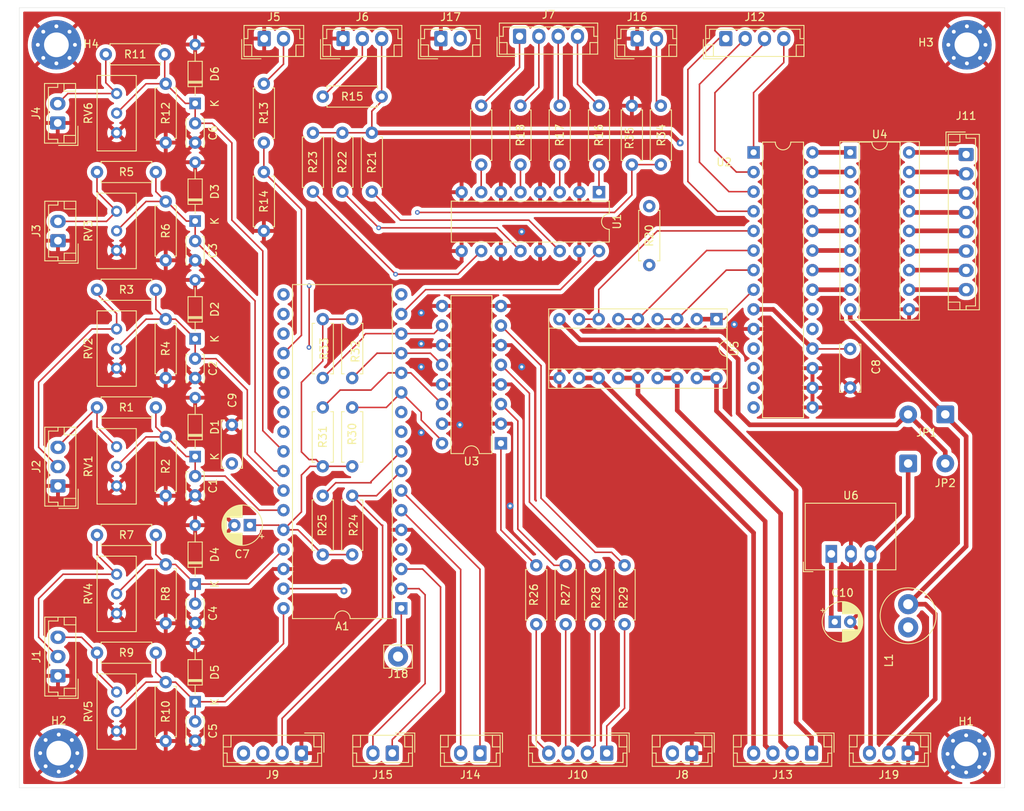
<source format=kicad_pcb>
(kicad_pcb (version 20240108) (generator "pcbnew") (generator_version "8.0")
  (layers (0 "F.Cu" signal "Front") (1 "In1.Cu" signal) (2 "In2.Cu" signal) (31 "B.Cu" signal "Back") (34 "B.Paste" user) (35 "F.Paste" user) (36 "B.SilkS" user "B.Silkscreen") (37 "F.SilkS" user "F.Silkscreen") (38 "B.Mask" user) (39 "F.Mask" user) (44 "Edge.Cuts" user))
  (net 0 "")
  (net 1 "Net-(A1-RXD0)")
  (net 2 "Net-(A1-UDPI)")
  (net 3 "/A11")
  (net 4 "+5V")
  (net 5 "/A24")
  (net 6 "/A5")
  (net 7 "/SDA")
  (net 9 "/D15")
  (net 10 "/A6")
  (net 11 "/A26")
  (net 12 "/A7")
  (net 13 "Net-(A1-TXD0)")
  (net 15 "/D23")
  (net 16 "/D12")
  (net 17 "/D9")
  (net 18 "/A2")
  (net 19 "VCC")
  (net 20 "/D10")
  (net 21 "/A4")
  (net 22 "/D8")
  (net 23 "/D13")
  (net 24 "Net-(A1-TXD2)")
  (net 25 "/D11")
  (net 26 "GND")
  (net 28 "/D14")
  (net 29 "/SCL")
  (net 30 "/D6")
  (net 31 "Net-(A1-RXD2)")
  (net 32 "/PWM")
  (net 33 "/D7")
  (net 34 "VD")
  (net 35 "/REV1")
  (net 36 "/FWD1")
  (net 37 "/FWD2")
  (net 38 "/REV2")
  (net 39 "/currrent")
  (net 40 "/RF_LEVEL")
  (net 41 "/50V_IN")
  (net 42 "Net-(J7-Pin_1)")
  (net 43 "Net-(J7-Pin_3)")
  (net 44 "Net-(J7-Pin_2)")
  (net 45 "Net-(J7-Pin_4)")
  (net 46 "Net-(J10-Pin_2)")
  (net 47 "Net-(J10-Pin_4)")
  (net 48 "Net-(J10-Pin_1)")
  (net 49 "Net-(J10-Pin_3)")
  (net 50 "Net-(J11-Pin_4)")
  (net 51 "Net-(J11-Pin_2)")
  (net 52 "Net-(J11-Pin_6)")
  (net 53 "Net-(J11-Pin_5)")
  (net 54 "Net-(J11-Pin_7)")
  (net 55 "Net-(J11-Pin_1)")
  (net 56 "Net-(J11-Pin_3)")
  (net 57 "Net-(J11-Pin_8)")
  (net 58 "Net-(J12-Pin_1)")
  (net 59 "Net-(J12-Pin_3)")
  (net 60 "Net-(J12-Pin_4)")
  (net 61 "Net-(J12-Pin_2)")
  (net 62 "Net-(J13-Pin_2)")
  (net 63 "Net-(J13-Pin_4)")
  (net 64 "Net-(J13-Pin_3)")
  (net 65 "Net-(J13-Pin_1)")
  (net 66 "Net-(J16-Pin_2)")
  (net 67 "+5F")
  (net 68 "VPP")
  (net 69 "Net-(R16-Pad2)")
  (net 70 "Net-(R17-Pad2)")
  (net 71 "Net-(R18-Pad2)")
  (net 72 "Net-(R19-Pad2)")
  (net 73 "Net-(R26-Pad2)")
  (net 74 "Net-(R27-Pad2)")
  (net 75 "Net-(R28-Pad2)")
  (net 76 "Net-(R29-Pad2)")
  (net 77 "Net-(U2-GPA5)")
  (net 78 "Net-(U2-GPB7)")
  (net 79 "Net-(U2-GPB5)")
  (net 80 "Net-(U2-GPA6)")
  (net 82 "Net-(U2-GPA3)")
  (net 84 "Net-(U2-GPA0)")
  (net 86 "Net-(U2-GPA2)")
  (net 87 "Net-(U2-GPA7)")
  (net 88 "Net-(U2-GPB6)")
  (net 89 "Net-(U2-GPA4)")
  (net 90 "Net-(U2-GPB4)")
  (net 91 "Net-(U2-GPA1)")
  (footprint "Package_DIP:DIP-18_W7.62mm_Socket" (layer "F.Cu") (at 162.7 83.82 -90)
    (property "Reference" "U5")
    (property "Value" "MIC2981/82YN")
  )
  (footprint "Potentiometer_THT:Potentiometer_Bourns_3296W_Vertical" (layer "F.Cu") (at 85.09 54.61 90)
    (property "Reference" "RV6")
    (property "Value" "R_Potentiometer")
  )
  (footprint "Diode_THT:D_DO-34_SOD68_P7.62mm_Horizontal" (layer "F.Cu") (at 95.25 55.885 90)
    (property "Reference" "D6")
    (property "Value" "D_Zener")
  )
  (footprint "Resistor_THT:R_Axial_DIN0207_L6.3mm_D2.5mm_P7.62mm_Horizontal" (layer "F.Cu") (at 147.5 56.19 -90)
    (property "Reference" "R16")
    (property "Value" "R")
  )
  (footprint "Connector_JST:JST_EH_B3B-EH-A_1x03_P2.50mm_Vertical" (layer "F.Cu") (at 114.38 47.5)
    (property "Reference" "J6")
    (property "Value" "Temp")
  )
  (footprint "Capacitor_THT:C_Disc_D3.4mm_W2.1mm_P2.50mm" (layer "F.Cu") (at 95.25 58.46 -90)
    (property "Reference" "C6")
    (property "Value" "1nf")
  )
  (footprint "Resistor_THT:R_Axial_DIN0207_L6.3mm_D2.5mm_P7.62mm_Horizontal" (layer "F.Cu") (at 82.55 64.77)
    (property "Reference" "R5")
    (property "Value" "R")
  )
  (footprint "Capacitor_THT:C_Disc_D6.0mm_W2.5mm_P5.00mm" (layer "F.Cu") (at 100 102.5 90)
    (property "Reference" "C9")
    (property "Value" "100nf")
  )
  (footprint "Diode_THT:D_DO-34_SOD68_P7.62mm_Horizontal" (layer "F.Cu") (at 95.25 86.36 90)
    (property "Reference" "D2")
    (property "Value" "D_Zener")
  )
  (footprint "Connector_JST:JST_EH_B2B-EH-A_1x02_P2.50mm_Vertical" (layer "F.Cu") (at 77.47 58.42 90)
    (property "Reference" "J4")
    (property "Value" "RF In Level")
  )
  (footprint "Connector_JST:JST_EH_B2B-EH-A_1x02_P2.50mm_Vertical" (layer "F.Cu") (at 132.1 140 180)
    (property "Reference" "J14")
    (property "Value" "TX2/RX2")
  )
  (footprint "Resistor_THT:R_Axial_DIN0207_L6.3mm_D2.5mm_P7.62mm_Horizontal" (layer "F.Cu") (at 91.44 115.57 -90)
    (property "Reference" "R8")
    (property "Value" "R")
  )
  (footprint "Connector_JST:JST_EH_B3B-EH-A_1x03_P2.50mm_Vertical" (layer "F.Cu") (at 77.5 105.41 90)
    (property "Reference" "J2")
    (property "Value" "SWR2")
  )
  (footprint "Capacitor_THT:C_Disc_D3.4mm_W2.1mm_P2.50mm" (layer "F.Cu") (at 95.25 73.7 -90)
    (property "Reference" "C3")
    (property "Value" "1nf")
  )
  (footprint "Connector_JST:JST_EH_B2B-EH-A_1x02_P2.50mm_Vertical" (layer "F.Cu") (at 127.04 47.5)
    (property "Reference" "J17")
    (property "Value" "Conn_01x02_Pin")
  )
  (footprint "MountingHole:MountingHole_3.2mm_M3_Pad_Via" (layer "F.Cu") (at 195 140.1)
    (property "Reference" "H1")
    (property "Value" "MountingHole_Pad")
  )
  (footprint "Diode_THT:D_DO-34_SOD68_P7.62mm_Horizontal" (layer "F.Cu") (at 95.25 101.605 90)
    (property "Reference" "D1")
    (property "Value" "D_Zener")
  )
  (footprint "Connector_JST:JST_EH_B4B-EH-A_1x04_P2.50mm_Vertical" (layer "F.Cu") (at 137.22 47.2)
    (property "Reference" "J7")
    (property "Value" "Ext. In")
  )
  (footprint "Converter_DCDC:Converter_DCDC_RECOM_R-78E-0.5_THT" (layer "F.Cu") (at 177.553 114.2075)
    (property "Reference" "U6")
    (property "Value" "R-78E5.0-1.0")
  )
  (footprint "Resistor_THT:R_Axial_DIN0207_L6.3mm_D2.5mm_P7.62mm_Horizontal" (layer "F.Cu") (at 115.57 95.25 -90)
    (property "Reference" "R30")
    (property "Value" "R")
  )
  (footprint "Package_DIP:DIP-18_W7.62mm_Socket" (layer "F.Cu") (at 180 62.23)
    (property "Reference" "U4")
    (property "Value" "MIC2981/82YN")
  )
  (footprint "Resistor_THT:R_Axial_DIN0207_L6.3mm_D2.5mm_P7.62mm_Horizontal" (layer "F.Cu") (at 132.26 56.19 -90)
    (property "Reference" "R19" (hide yes))
    (property "Value" "R")
  )
  (footprint "Diode_THT:D_DO-34_SOD68_P7.62mm_Horizontal" (layer "F.Cu") (at 95.25 71.12 90)
    (property "Reference" "D3")
    (property "Value" "D_Zener")
  )
  (footprint "Connector_JST:JST_EH_B3B-EH-A_1x03_P2.50mm_Vertical" (layer "F.Cu") (at 187.5 140 180)
    (property "Reference" "J19")
    (property "Value" "DISPLAY POWER")
  )
  (footprint "Resistor_THT:R_Axial_DIN0207_L6.3mm_D2.5mm_P7.62mm_Horizontal" (layer "F.Cu") (at 154 76.81 90)
    (property "Reference" "R20")
    (property "Value" "R")
  )
  (footprint "Connector_JST:JST_EH_B4B-EH-A_1x04_P2.50mm_Vertical" (layer "F.Cu") (at 175 140 180)
    (property "Reference" "J13")
    (property "Value" "12v/5v Outputs")
  )
  (footprint "Connector_JST:JST_EH_B4B-EH-A_1x04_P2.50mm_Vertical" (layer "F.Cu") (at 109 140 180)
    (property "Reference" "J9")
    (property "Value" "I2c Output")
  )
  (footprint "Connector_Pin:Pin_D1.3mm_L10.0mm_W3.5mm_Flat" (layer "F.Cu") (at 121.5 127.5)
    (property "Reference" "J18")
    (property "Value" "UPDI")
  )
  (footprint "Resistor_THT:R_Axial_DIN0207_L6.3mm_D2.5mm_P7.62mm_Horizontal" (layer "F.Cu") (at 111.76 95.25 -90)
    (property "Reference" "R31")
    (property "Value" "R")
  )
  (footprint "Resistor_THT:R_Axial_DIN0207_L6.3mm_D2.5mm_P7.62mm_Horizontal" (layer "F.Cu") (at 104.14 64.77 -90)
    (property "Reference" "R14")
    (property "Value" "R")
  )
  (footprint "Resistor_THT:R_Axial_DIN0207_L6.3mm_D2.5mm_P7.62mm_Horizontal" (layer "F.Cu") (at 83.69 49.53)
    (property "Reference" "R11")
    (property "Value" "R")
  )
  (footprint "Resistor_THT:R_Axial_DIN0207_L6.3mm_D2.5mm_P7.62mm_Horizontal" (layer "F.Cu") (at 118.11 67.31 90)
    (property "Reference" "R21")
    (property "Value" "R")
  )
  (footprint "Resistor_THT:R_Axial_DIN0207_L6.3mm_D2.5mm_P7.62mm_Horizontal" (layer "F.Cu") (at 91.44 130.81 -90)
    (property "Reference" "R10")
    (property "Value" "R")
  )
  (footprint "Resistor_THT:R_Axial_DIN0207_L6.3mm_D2.5mm_P7.62mm_Horizontal" (layer "F.Cu") (at 147 123.31 90)
    (property "Reference" "R28")
    (property "Value" "R")
  )
  (footprint "Connector_JST:JST_EH_B2B-EH-A_1x02_P2.50mm_Vertical" (layer "F.Cu") (at 152.44 47.5)
    (property "Reference" "J16")
    (property "Value" "50v In.")
  )
  (footprint "Resistor_THT:R_Axial_DIN0207_L6.3mm_D2.5mm_P7.62mm_Horizontal" (layer "F.Cu") (at 111.76 55)
    (property "Reference" "R15")
    (property "Value" "R")
  )
  (footprint "Connector_JST:JST_EH_B2B-EH-A_1x02_P2.50mm_Vertical" (layer "F.Cu") (at 159.5 140 180)
    (property "Reference" "J8")
    (property "Value" "12v Input")
  )
  (footprint "Diode_THT:D_DO-34_SOD68_P7.62mm_Horizontal" (layer "F.Cu") (at 95.25 118.115 90)
    (property "Reference" "D4")
    (property "Value" "D_Zener")
  )
  (footprint "Capacitor_THT:C_Disc_D3.4mm_W2.1mm_P2.50mm" (layer "F.Cu") (at 95.25 120.65 -90)
    (property "Reference" "C4")
    (property "Value" "1nf")
  )
  (footprint "Potentiometer_THT:Potentiometer_Bourns_3296W_Vertical" (layer "F.Cu") (at 85.09 69.85 90)
    (property "Reference" "RV3")
    (property "Value" "R_Potentiometer")
  )
  (footprint "Connector_JST:JST_EH_B8B-EH-A_1x08_P2.50mm_Vertical" (layer "F.Cu") (at 195 62.5 -90)
    (property "Reference" "J11")
    (property "Value" "LPF")
  )
  (footprint "Package_DIP:DIP-16_W7.62mm" (layer "F.Cu") (at 147.5 67.38 -90)
    (property "Reference" "U1")
    (property "Value" "LTV-847")
  )
  (footprint "Resistor_THT:R_Axial_DIN0207_L6.3mm_D2.5mm_P7.62mm_Horizontal" (layer "F.Cu") (at 104.14 53.34 -90)
    (property "Reference" "R13")
    (property "Value" "R")
  )
  (footprint "Resistor_THT:R_Axial_DIN0207_L6.3mm_D2.5mm_P7.62mm_Horizontal" (layer "F.Cu") (at 91.44 83.82 -90)
    (property "Reference" "R4")
    (property "Value" "R")
  )
  (footprint "Resistor_THT:R_Axial_DIN0207_L6.3mm_D2.5mm_P7.62mm_Horizontal" (layer "F.Cu") (at 139.38 123.31 90)
    (property "Reference" "R26")
    (property "Value" "R")
  )
  (footprint "Potentiometer_THT:Potentiometer_Bourns_3296W_Vertical" (layer "F.Cu") (at 85.09 85.09 90)
    (property "Reference" "RV2")
    (property "Value" "R_Potentiometer")
  )
  (footprint "Capacitor_THT:C_Disc_D3.4mm_W2.1mm_P2.50mm" (layer "F.Cu") (at 95.25 135.89 -90)
    (property "Reference" "C5")
    (property "Value" "1nf")
  )
  (footprint "Connector_JST:JST_EH_B2B-EH-A_1x02_P2.50mm_Vertical" (layer "F.Cu") (at 120.75 140 180)
    (property "Reference" "J15")
    (property "Value" "TX0/RX0")
  )
  (footprint "MountingHole:MountingHole_3.2mm_M3_Pad_Via" (layer "F.Cu") (at 77.6 140)
    (property "Reference" "H2")
    (property "Value" "MountingHole_Pad")
  )
  (footprint "Resistor_THT:R_Axial_DIN0207_L6.3mm_D2.5mm_P7.62mm_Horizontal" (layer "F.Cu") (at 82.55 80.01)
    (property "Reference" "R3")
    (property "Value" "R")
  )
  (footprint "Connector_JST:JST_EH_B4B-EH-A_1x04_P2.50mm_Vertical" (layer "F.Cu") (at 163.91 47.5)
    (property "Reference" "J12")
    (property "Value" "Digi In/Out")
  )
  (footprint "Capacitor_THT:C_Disc_D3.4mm_W2.1mm_P2.50mm" (layer "F.Cu") (at 95.25 104.14 -90)
    (property "Reference" "C1")
    (property "Value" "1nf")
  )
  (footprint "Connector_JST:JST_EH_B2B-EH-A_1x02_P2.50mm_Vertical" (layer "F.Cu") (at 104.18 47.5)
    (property "Reference" "J5")
    (property "Value" "50v In.")
  )
  (footprint "MountingHole:MountingHole_3.2mm_M3_Pad_Via" (layer "F.Cu") (at 195.1 48.302944)
    (property "Reference" "H3")
    (property "Value" "MountingHole_Pad")
  )
  (footprint "Resistor_THT:R_Axial_DIN0207_L6.3mm_D2.5mm_P7.62mm_Horizontal" (layer "F.Cu") (at 114.3 67.31 90)
    (property "Reference" "R22")
    (property "Value" "R")
  )
  (footprint "Resistor_THT:R_Axial_DIN0207_L6.3mm_D2.5mm_P7.62mm_Horizontal" (layer "F.Cu") (at 91.44 99.06 -90)
    (property "Reference" "R2")
    (property "Value" "R")
  )
  (footprint "Resistor_THT:R_Axial_DIN0207_L6.3mm_D2.5mm_P7.62mm_Horizontal" (layer "F.Cu") (at 155.5 56.19 -90)
    (property "Reference" "R34")
    (property "Value" "R")
  )
  (footprint "Resistor_THT:R_Axial_DIN0207_L6.3mm_D2.5mm_P7.62mm_Horizontal" (layer "F.Cu") (at 111.76 91.44 90)
    (property "Reference" "R33")
    (property "Value" "R")
  )
  (footprint "Resistor_THT:R_Axial_DIN0207_L6.3mm_D2.5mm_P7.62mm_Horizontal" (layer "F.Cu") (at 91.44 68.58 -90)
    (property "Reference" "R6")
    (property "Value" "R")
  )
  (footprint "Resistor_THT:R_Axial_DIN0207_L6.3mm_D2.5mm_P7.62mm_Horizontal" (layer "F.Cu") (at 137.34 56.19 -90)
    (property "Reference" "R18")
    (property "Value" "R")
  )
  (footprint "Potentiometer_THT:Potentiometer_Bourns_3296W_Vertical" (layer "F.Cu") (at 85.09 116.84 90)
    (property "Reference" "RV4")
    (property "Value" "R_Potentiometer")
  )
  (footprint "Resistor_THT:R_Axial_DIN0207_L6.3mm_D2.5mm_P7.62mm_Horizontal" (layer "F.Cu") (at 110.49 67.31 90)
    (property "Reference" "R23")
    (property "Value" "R")
  )
  (footprint "Resistor_THT:R_Axial_DIN0207_L6.3mm_D2.5mm_P7.62mm_Horizontal" (layer "F.Cu") (at 82.55 95.25)
    (property "Reference" "R1")
    (property "Value" "R")
  )
  (footprint "Resistor_THT:R_Axial_DIN0207_L6.3mm_D2.5mm_P7.62mm_Horizontal" (layer "F.Cu") (at 91.44 53.34 -90)
    (property "Reference" "R12")
    (property "Value" "R")
  )
  (footprint "Connector_JST:JST_EH_B3B-EH-A_1x03_P2.50mm_Vertical" (layer "F.Cu") (at 77.5 130 90)
    (property "Reference" "J1")
    (property "Value" "SWR1")
  )
  (footprint "Diode_THT:D_DO-34_SOD68_P7.62mm_Horizontal" (layer "F.Cu") (at 95.25 133.35 90)
    (property "Reference" "D5")
    (property "Value" "D_Zener")
  )
  (footprint "Resistor_THT:R_Axial_DIN0207_L6.3mm_D2.5mm_P7.62mm_Horizontal" (layer "F.Cu") (at 143.19 123.31 90)
    (property "Reference" "R27")
    (property "Value" "R")
  )
  (footprint "Resistor_THT:R_Axial_DIN0207_L6.3mm_D2.5mm_P7.62mm_Horizontal" (layer "F.Cu") (at 82.55 127)
    (property "Reference" "R9")
    (property "Value" "R")
  )
  (footprint "Package_DIP:DIP-16_W7.62mm" (layer "F.Cu") (at 134.81 99.89 180)
    (property "Reference" "U3")
    (property "Value" "LTV-847")
  )
  (footprint "Resistor_THT:R_Axial_DIN0207_L6.3mm_D2.5mm_P7.62mm_Horizontal" (layer "F.Cu") (at 150.81 123.31 90)
    (property "Reference" "R29")
    (property "Value" "R")
  )
  (footprint "Package_DIP:DIP-34_W15.24mm" (layer "F.Cu") (at 121.92 121.25 180)
    (property "Reference" "A1")
    (property "Value" "Arduino_Nano_Every-4808")
  )
  (footprint "Resistor_THT:R_Axial_DIN0207_L6.3mm_D2.5mm_P7.62mm_Horizontal" (layer "F.Cu") (at 115.57 114.3 90)
    (property "Reference" "R24")
    (property "Value" "R")
  )
  (footprint "Resistor_THT:R_Axial_DIN0207_L6.3mm_D2.5mm_P7.62mm_Horizontal" (layer "F.Cu") (at 82.55 111.76)
    (property "Reference" "R7")
    (property "Value" "R")
  )
  (footprint "Connector_JST:JST_EH_B2B-EH-A_1x02_P2.50mm_Vertical" (layer "F.Cu") (at 77.5 73.66 90)
    (property "Reference" "J3")
    (property "Value" "I detect")
  )
  (footprint "Connector_JST:JST_EH_B4B-EH-A_1x04_P2.50mm_Vertical" (layer "F.Cu") (at 148.5 140 180)
    (property "Reference" "J10")
    (property "Value" "BCD Input")
  )
  (footprint "Resistor_THT:R_Axial_DIN0207_L6.3mm_D2.5mm_P7.62mm_Horizontal" (layer "F.Cu") (at 151.75 63.81 90)
    (property "Reference" "R35")
    (property "Value" "R")
  )
  (footprint "Resistor_THT:R_Axial_DIN0207_L6.3mm_D2.5mm_P7.62mm_Horizontal" (layer "F.Cu") (at 115.57 91.44 90)
    (property "Reference" "R32")
    (property "Value" "R")
  )
  (footprint "Capacitor_THT:C_Disc_D6.0mm_W2.5mm_P5.00mm" (layer "F.Cu") (at 180 92.67 90)
    (property "Reference" "C8")
    (property "Value" "100nf")
  )
  (footprint "Connector_Wire:SolderWire-0.5sqmm_1x02_P4.8mm_D0.9mm_OD2.3mm" (layer "F.Cu") (at 187.5 102.5)
    (property "Reference" "JP2")
    (property "Value" "Jumper_2_Open")
  )
  (footprint "Connector_Wire:SolderWire-0.5sqmm_1x02_P4.8mm_D0.9mm_OD2.3mm" (layer "F.Cu") (at 192.3 96.15 180)
    (property "Reference" "JP1")
    (property "Value" "Jumper_2_Open")
  )
  (footprint "Capacitor_THT:CP_Radial_D5.0mm_P2.00mm" (layer "F.Cu") (at 178 123)
    (property "Reference" "C10")
    (property "Value" "2.2uf")
  )
  (footprint "Capacitor_THT:C_Disc_D3.4mm_W2.1mm_P2.50mm" (layer "F.Cu") (at 95.25 88.94 -90)
    (property "Reference" "C2")
    (property "Value" "1nf")
  )
  (footprint "Capacitor_THT:CP_Radial_D5.0mm_P2.00mm" (layer "F.Cu") (at 102.33 110.49 180)
    (property "Reference" "C7")
    (property "Value" "10uf")
  )
  (footprint "Inductor_THT:L_Radial_D7.0mm_P3.00mm" (layer "F.Cu") (at 187.5 123.7225 90)
    (property "Reference" "L1")
    (property "Value" "L")
  )
  (footprint "Potentiometer_THT:Potentiometer_Bourns_3296W_Vertical" (layer "F.Cu") (at 85.09 100.33 90)
    (property "Reference" "RV1")
    (property "Value" "R_Potentiometer")
  )
  (footprint "Resistor_THT:R_Axial_DIN0207_L6.3mm_D2.5mm_P7.62mm_Horizontal" (layer "F.Cu") (at 142.42 56.19 -90)
    (property "Reference" "R17")
    (property "Value" "R")
  )
  (footprint "Resistor_THT:R_Axial_DIN0207_L6.3mm_D2.5mm_P7.62mm_Horizontal" (layer "F.Cu") (at 111.76 114.3 90)
    (property "Reference" "R25")
    (property "Value" "R")
  )
  (footprint "MountingHole:MountingHole_3.2mm_M3_Pad_Via" (layer "F.Cu") (at 77.297056 48.302944)
    (property "Reference" "H4")
    (property "Value" "MountingHole_Pad")
  )
  (footprint "Potentiometer_THT:Potentiometer_Bourns_3296W_Vertical" (layer "F.Cu") (at 85.09 132.08 90)
    (property "Reference" "RV5")
    (property "Value" "R_Potentiometer")
  )
  (footprint "Package_DIP:DIP-28_W7.62mm" (layer "F.Cu") (at 167.5 62.23)
    (property "Reference" "U2")
    (property "Value" "MCP23017_SP")
  )
  (gr_line (start 72.5 43.5) (end 72.5 144.5) (stroke (width 0.0381)) (layer "Edge.Cuts"))
  (gr_line (start 200 144.5) (end 200 43.5) (stroke (width 0.0381)) (layer "Edge.Cuts"))
  (gr_line (start 200 43.5) (end 72.5 43.5) (stroke (width 0.0381)) (layer "Edge.Cuts"))
  (gr_line (start 72.5 144.5) (end 200 144.5) (stroke (width 0.0381)) (layer "Edge.Cuts"))
  (segment (start 121.92 116.17) (end 124.67 116.17) (width 0.2) (layer "F.Cu") (net 1))
  (segment (start 124.67 116.17) (end 127 118.5) (width 0.2) (layer "F.Cu") (net 1))
  (segment (start 127 132) (end 120.75 138.25) (width 0.2) (layer "F.Cu") (net 1))
  (segment (start 120.75 138.25) (end 120.75 140) (width 0.2) (layer "F.Cu") (net 1))
  (segment (start 127 118.5) (end 127 132) (width 0.2) (layer "F.Cu") (net 1))
  (segment (start 121.92 127.08) (end 121.5 127.5) (width 0.2) (layer "F.Cu") (net 2))
  (segment (start 121.92 121.25) (end 121.92 127.08) (width 0.2) (layer "F.Cu") (net 2))
  (segment (start 109 85.91) (end 106.68 88.23) (width 0.2) (layer "F.Cu") (net 3))
  (segment (start 109 69.63) (end 109 85.91) (width 0.2) (layer "F.Cu") (net 3))
  (segment (start 104.14 64.77) (end 109 69.63) (width 0.2) (layer "F.Cu") (net 3))
  (segment (start 104.14 60.96) (end 104.14 64.77) (width 0.2) (layer "F.Cu") (net 3))
  (segment (start 106.68 111.09) (end 109 108.77) (width 0.2) (layer "F.Cu") (net 4))
  (segment (start 110.13 102.87) (end 111.76 102.87) (width 0.2) (layer "F.Cu") (net 4))
  (segment (start 180 87.67) (end 175.16 87.67) (width 0.2) (layer "F.Cu") (net 4))
  (segment (start 109 104) (end 110.13 102.87) (width 0.2) (layer "F.Cu") (net 4))
  (segment (start 111.76 83.82) (end 111.76 89.24) (width 0.2) (layer "F.Cu") (net 4))
  (segment (start 119.38 55) (end 119.38 55.62) (width 0.2) (layer "F.Cu") (net 4))
  (segment (start 156.69 59.69) (end 158 61) (width 0.6) (layer "F.Cu") (net 4))
  (segment (start 118.11 59.69) (end 156.69 59.69) (width 0.6) (layer "F.Cu") (net 4))
  (segment (start 115.57 83.82) (end 111.76 83.82) (width 0.2) (layer "F.Cu") (net 4))
  (segment (start 110.49 59.69) (end 114.3 59.69) (width 0.2) (layer "F.Cu") (net 4))
  (segment (start 111.76 89.24) (end 109 92) (width 0.2) (layer "F.Cu") (net 4))
  (segment (start 109 108.77) (end 109 104) (width 0.2) (layer "F.Cu") (net 4))
  (segment (start 106.08 110.49) (end 106.68 111.09) (width 0.2) (layer "F.Cu") (net 4))
  (segment (start 118.11 56.89) (end 118.11 59.69) (width 0.2) (layer "F.Cu") (net 4))
  (segment (start 110 102) (end 110.89 102) (width 0.2) (layer "F.Cu") (net 4))
  (segment (start 106.68 111.09) (end 108.55 111.09) (width 0.2) (layer "F.Cu") (net 4))
  (segment (start 119.38 55.62) (end 118.11 56.89) (width 0.2) (layer "F.Cu") (net 4))
  (segment (start 167.5 82.55) (end 170.04 82.55) (width 0.6) (layer "F.Cu") (net 4))
  (segment (start 111.76 114.3) (end 115.57 114.3) (width 0.2) (layer "F.Cu") (net 4))
  (segment (start 109 101) (end 110 102) (width 0.2) (layer "F.Cu") (net 4))
  (segment (start 110.89 102) (end 111.76 102.87) (width 0.2) (layer "F.Cu") (net 4))
  (segment (start 114.3 59.69) (end 118.11 59.69) (width 0.2) (layer "F.Cu") (net 4))
  (segment (start 119.38 47.5) (end 119.38 55) (width 0.2) (layer "F.Cu") (net 4))
  (segment (start 170.04 82.55) (end 175.12 87.63) (width 0.6) (layer "F.Cu") (net 4))
  (segment (start 108.55 111.09) (end 111.76 114.3) (width 0.2) (layer "F.Cu") (net 4))
  (segment (start 109 92) (end 109 101) (width 0.2) (layer "F.Cu") (net 4))
  (segment (start 111.76 102.87) (end 115.57 102.87) (width 0.2) (layer "F.Cu") (net 4))
  (segment (start 102.33 110.49) (end 106.08 110.49) (width 0.2) (layer "F.Cu") (net 4))
  (segment (start 175.16 87.67) (end 175.12 87.63) (width 0.2) (layer "F.Cu") (net 4))
  (via (at 158 61) (size 0.9) (drill 0.4) (layers "F.Cu" "B.Cu") (net 4))
  (segment (start 99.15 133.35) (end 95.25 133.35) (width 0.2) (layer "F.Cu") (net 5))
  (segment (start 92.71 130.81) (end 95.25 133.35) (width 0.2) (layer "F.Cu") (net 5))
  (segment (start 90.17 127) (end 90.17 129.54) (width 0.2) (layer "F.Cu") (net 5))
  (segment (start 106.68 121.25) (end 106.68 125.82) (width 0.2) (layer "F.Cu") (net 5))
  (segment (start 91.44 130.81) (end 88.9 130.81) (width 0.2) (layer "F.Cu") (net 5))
  (segment (start 106.68 125.82) (end 99.15 133.35) (width 0.2) (layer "F.Cu") (net 5))
  (segment (start 91.44 130.81) (end 92.71 130.81) (width 0.2) (layer "F.Cu") (net 5))
  (segment (start 88.9 130.81) (end 85.09 134.62) (width 0.2) (layer "F.Cu") (net 5))
  (segment (start 90.17 129.54) (end 91.44 130.81) (width 0.2) (layer "F.Cu") (net 5))
  (segment (start 95.25 135.89) (end 95.25 133.35) (width 0.2) (layer "F.Cu") (net 5))
  (segment (start 88.9 68.58) (end 85.09 72.39) (width 0.2) (layer "F.Cu") (net 6))
  (segment (start 94.12 71.12) (end 95.25 71.12) (width 0.2) (layer "F.Cu") (net 6))
  (segment (start 91.58 68.58) (end 94.12 71.12) (width 0.2) (layer "F.Cu") (net 6))
  (segment (start 103 101) (end 105.47 103.47) (width 0.2) (layer "F.Cu") (net 6))
  (segment (start 103 81.45) (end 103 101) (width 0.2) (layer "F.Cu") (net 6))
  (segment (start 91.44 68.58) (end 88.9 68.58) (width 0.2) (layer "F.Cu") (net 6))
  (segment (start 95.25 73.7) (end 95.25 71.12) (width 0.2) (layer "F.Cu") (net 6))
  (segment (start 90.17 64.77) (end 90.17 67.31) (width 0.2) (layer "F.Cu") (net 6))
  (segment (start 91.44 68.58) (end 91.58 68.58) (width 0.2) (layer "F.Cu") (net 6))
  (segment (start 105.47 103.47) (end 106.68 103.47) (width 0.2) (layer "F.Cu") (net 6))
  (segment (start 90.17 67.31) (end 91.44 68.58) (width 0.2) (layer "F.Cu") (net 6))
  (segment (start 95.25 73.7) (end 103 81.45) (width 0.2) (layer "F.Cu") (net 6))
  (segment (start 119.39 110.5) (end 119.5 110.5) (width 0.2) (layer "F.Cu") (net 7))
  (segment (start 119.5 110.5) (end 119.5 122.5) (width 0.2) (layer "F.Cu") (net 7))
  (segment (start 115.57 106.68) (end 118.71 106.68) (width 0.2) (layer "F.Cu") (net 7))
  (segment (start 106.5 135.5) (end 106.5 140) (width 0.2) (layer "F.Cu") (net 7))
  (segment (start 118.71 106.68) (end 121.92 103.47) (width 0.2) (layer "F.Cu") (net 7))
  (segment (start 115.57 106.68) (end 119.39 110.5) (width 0.2) (layer "F.Cu") (net 7))
  (segment (start 119.5 122.5) (end 106.5 135.5) (width 0.2) (layer "F.Cu") (net 7))
  (segment (start 121.18 78) (end 129.26 78) (width 0.2) (layer "F.Cu") (net 9))
  (segment (start 110.49 67.31) (end 121.18 78) (width 0.2) (layer "F.Cu") (net 9))
  (segment (start 129.26 78) (end 132.26 75) (width 0.2) (layer "F.Cu") (net 9))
  (via (at 121.18 78) (size 0.6) (drill 0.3) (layers "F.Cu" "B.Cu") (net 9))
  (segment (start 91.44 83.82) (end 88.9 83.82) (width 0.2) (layer "F.Cu") (net 10))
  (segment (start 95.25 86.36) (end 95.25 88.94) (width 0.2) (layer "F.Cu") (net 10))
  (segment (start 90.17 82.55) (end 91.44 83.82) (width 0.2) (layer "F.Cu") (net 10))
  (segment (start 92.71 83.82) (end 95.25 86.36) (width 0.2) (layer "F.Cu") (net 10))
  (segment (start 102 101.33) (end 106.68 106.01) (width 0.2) (layer "F.Cu") (net 10))
  (segment (start 88.9 83.82) (end 85.09 87.63) (width 0.2) (layer "F.Cu") (net 10))
  (segment (start 97.94 88.94) (end 102 93) (width 0.2) (layer "F.Cu") (net 10))
  (segment (start 90.17 80.01) (end 90.17 82.55) (width 0.2) (layer "F.Cu") (net 10))
  (segment (start 91.44 83.82) (end 92.71 83.82) (width 0.2) (layer "F.Cu") (net 10))
  (segment (start 102 93) (end 102 101.33) (width 0.2) (layer "F.Cu") (net 10))
  (segment (start 95.25 88.94) (end 97.94 88.94) (width 0.2) (layer "F.Cu") (net 10))
  (segment (start 91.44 115.57) (end 88.9 115.57) (width 0.2) (layer "F.Cu") (net 11))
  (segment (start 88.9 115.57) (end 85.09 119.38) (width 0.2) (layer "F.Cu") (net 11))
  (segment (start 95.25 118.115) (end 95.25 120.65) (width 0.2) (layer "F.Cu") (net 11))
  (segment (start 95.25 118.115) (end 102.195 118.115) (width 0.2) (layer "F.Cu") (net 11))
  (segment (start 92.705 115.57) (end 95.25 118.115) (width 0.2) (layer "F.Cu") (net 11))
  (segment (start 91.44 115.57) (end 92.705 115.57) (width 0.2) (layer "F.Cu") (net 11))
  (segment (start 102.195 118.115) (end 106.68 113.63) (width 0.2) (layer "F.Cu") (net 11))
  (segment (start 90.17 114.3) (end 91.44 115.57) (width 0.2) (layer "F.Cu") (net 11))
  (segment (start 90.17 111.76) (end 90.17 114.3) (width 0.2) (layer "F.Cu") (net 11))
  (segment (start 99.14 104.14) (end 103.55 108.55) (width 0.2) (layer "F.Cu") (net 12))
  (segment (start 94.105 101.605) (end 95.25 101.605) (width 0.2) (layer "F.Cu") (net 12))
  (segment (start 90.17 97.79) (end 91.44 99.06) (width 0.2) (layer "F.Cu") (net 12))
  (segment (start 91.56 99.06) (end 94.105 101.605) (width 0.2) (layer "F.Cu") (net 12))
  (segment (start 95.25 104.14) (end 99.14 104.14) (width 0.2) (layer "F.Cu") (net 12))
  (segment (start 95.25 101.605) (end 95.25 104.14) (width 0.2) (layer "F.Cu") (net 12))
  (segment (start 90.17 95.25) (end 90.17 97.79) (width 0.2) (layer "F.Cu") (net 12))
  (segment (start 103.55 108.55) (end 106.68 108.55) (width 0.2) (layer "F.Cu") (net 12))
  (segment (start 91.44 99.06) (end 91.56 99.06) (width 0.2) (layer "F.Cu") (net 12))
  (segment (start 91.44 99.06) (end 88.9 99.06) (width 0.2) (layer "F.Cu") (net 12))
  (segment (start 88.9 99.06) (end 85.09 102.87) (width 0.2) (layer "F.Cu") (net 12))
  (segment (start 125 119.5) (end 124.21 118.71) (width 0.2) (layer "F.Cu") (net 13))
  (segment (start 124.21 118.71) (end 121.92 118.71) (width 0.2) (layer "F.Cu") (net 13))
  (segment (start 118.25 140) (end 118.25 137.75) (width 0.2) (layer "F.Cu") (net 13))
  (segment (start 125 131) (end 125 119.5) (width 0.2) (layer "F.Cu") (net 13))
  (segment (start 118.25 137.75) (end 125 131) (width 0.2) (layer "F.Cu") (net 13))
  (segment (start 121.8 71) (end 118.11 67.31) (width 0.2) (layer "F.Cu") (net 15))
  (segment (start 142.42 75) (end 138.42 71) (width 0.2) (layer "F.Cu") (net 15))
  (segment (start 138.42 71) (end 121.8 71) (width 0.2) (layer "F.Cu") (net 15))
  (segment (start 142.5 80) (end 147.5 75) (width 0.2) (layer "F.Cu") (net 16))
  (segment (start 125.07 80) (end 142.5 80) (width 0.2) (layer "F.Cu") (net 16))
  (segment (start 121.92 83.15) (end 125.07 80) (width 0.2) (layer "F.Cu") (net 16))
  (segment (start 120.23 90.77) (end 121.92 90.77) (width 0.2) (layer "F.Cu") (net 17))
  (segment (start 111.76 95.25) (end 114.01 93) (width 0.2) (layer "F.Cu") (net 17))
  (segment (start 121.92 90.77) (end 123.15 90.77) (width 0.2) (layer "F.Cu") (net 17))
  (segment (start 118 93) (end 120.23 90.77) (width 0.2) (layer "F.Cu") (net 17))
  (segment (start 123.15 90.77) (end 127.19 94.81) (width 0.2) (layer "F.Cu") (net 17))
  (segment (start 114.01 93) (end 118 93) (width 0.2) (layer "F.Cu") (net 17))
  (segment (start 116.88 49.88) (end 111.76 55) (width 0.2) (layer "F.Cu") (net 18))
  (segment (start 116.88 47.5) (end 116.88 49.88) (width 0.2) (layer "F.Cu") (net 18))
  (segment (start 106.68 118.71) (end 114.21 118.71) (width 0.2) (layer "F.Cu") (net 19))
  (segment (start 195 99) (end 192.3 96.3) (width 0.6) (layer "F.Cu") (net 19))
  (segment (start 185 139) (end 185 140) (width 0.6) (layer "F.Cu") (net 19))
  (segment (start 191 122) (end 191 133) (width 0.6) (layer "F.Cu") (net 19))
  (segment (start 189.7225 120.7225) (end 191 122) (width 0.6) (layer "F.Cu") (net 19))
  (segment (start 191 133) (end 185 139) (width 0.6) (layer "F.Cu") (net 19))
  (segment (start 187.5 120.7225) (end 189.7225 120.7225) (width 0.6) (layer "F.Cu") (net 19))
  (segment (start 180 82.55) (end 180 83.85) (width 0.6) (layer "F.Cu") (net 19))
  (segment (start 180 83.85) (end 192.3 96.15) (width 0.6) (layer "F.Cu") (net 19))
  (segment (start 187.5 120.7225) (end 191.11125 117.11125) (width 0.6) (layer "F.Cu") (net 19))
  (segment (start 192.3 96.3) (end 192.3 96.15) (width 0.6) (layer "F.Cu") (net 19))
  (segment (start 191.11125 117.11125) (end 195 113.2225) (width 0.6) (layer "F.Cu") (net 19))
  (segment (start 114.21 118.71) (end 114.5 119) (width 0.2) (layer "F.Cu") (net 19))
  (segment (start 195 113.2225) (end 195 99) (width 0.6) (layer "F.Cu") (net 19))
  (via (at 114.5 119) (size 0.9) (drill 0.4) (layers "F.Cu" "B.Cu") (net 19))
  (segment (start 125.69 88.23) (end 127.19 89.73) (width 0.2) (layer "F.Cu") (net 20))
  (segment (start 121.92 88.23) (end 125.69 88.23) (width 0.2) (layer "F.Cu") (net 20))
  (segment (start 121.92 88.23) (end 118.78 88.23) (width 0.2) (layer "F.Cu") (net 20))
  (segment (start 118.78 88.23) (end 115.57 91.44) (width 0.2) (layer "F.Cu") (net 20))
  (segment (start 93.985 55.885) (end 91.44 53.34) (width 0.2) (layer "F.Cu") (net 21))
  (segment (start 91.44 53.34) (end 88.9 53.34) (width 0.2) (layer "F.Cu") (net 21))
  (segment (start 100 71) (end 100 61) (width 0.2) (layer "F.Cu") (net 21))
  (segment (start 106.68 100.93) (end 104 98.25) (width 0.2) (layer "F.Cu") (net 21))
  (segment (start 91.31 49.53) (end 91.31 53.21) (width 0.2) (layer "F.Cu") (net 21))
  (segment (start 104 75) (end 100 71) (width 0.2) (layer "F.Cu") (net 21))
  (segment (start 95.25 58.46) (end 95.25 55.885) (width 0.2) (layer "F.Cu") (net 21))
  (segment (start 95.25 55.885) (end 93.985 55.885) (width 0.2) (layer "F.Cu") (net 21))
  (segment (start 100 61) (end 97.46 58.46) (width 0.2) (layer "F.Cu") (net 21))
  (segment (start 88.9 53.34) (end 85.09 57.15) (width 0.2) (layer "F.Cu") (net 21))
  (segment (start 104 98.25) (end 104 75) (width 0.2) (layer "F.Cu") (net 21))
  (segment (start 91.31 53.21) (end 91.44 53.34) (width 0.2) (layer "F.Cu") (net 21))
  (segment (start 97.46 58.46) (end 95.25 58.46) (width 0.2) (layer "F.Cu") (net 21))
  (segment (start 119.98 95.25) (end 121.92 93.31) (width 0.2) (layer "F.Cu") (net 22))
  (segment (start 124.5 95.89) (end 124.5 96.874365) (width 0.2) (layer "F.Cu") (net 22))
  (segment (start 124.5 96.874365) (end 127.19 99.564365) (width 0.2) (layer "F.Cu") (net 22))
  (segment (start 127.19 99.564365) (end 127.19 99.89) (width 0.2) (layer "F.Cu") (net 22))
  (segment (start 121.92 93.31) (end 124.5 95.89) (width 0.2) (layer "F.Cu") (net 22))
  (segment (start 115.57 95.25) (end 119.98 95.25) (width 0.2) (layer "F.Cu") (net 22))
  (segment (start 126.59 99.89) (end 127.19 99.89) (width 0.2) (layer "F.Cu") (net 22))
  (segment (start 149.5 70) (end 151.75 67.75) (width 0.2) (layer "F.Cu") (net 23))
  (segment (start 124 70) (end 149.5 70) (width 0.2) (layer "F.Cu") (net 23))
  (segment (start 151.75 63.81) (end 155.5 63.81) (width 0.2) (layer "F.Cu") (net 23))
  (segment (start 151.75 67.75) (end 151.75 63.81) (width 0.2) (layer "F.Cu") (net 23))
  (via (at 124 70) (size 0.6) (drill 0.3) (layers "F.Cu" "B.Cu") (net 23))
  (segment (start 129.6 116.23) (end 129.6 140) (width 0.2) (layer "F.Cu") (net 24))
  (segment (start 121.92 108.55) (end 129.6 116.23) (width 0.2) (layer "F.Cu") (net 24))
  (segment (start 121.92 85.69) (end 126.15 85.69) (width 0.2) (layer "F.Cu") (net 25))
  (segment (start 126.15 85.69) (end 127.19 84.65) (width 0.2) (layer "F.Cu") (net 25))
  (segment (start 117 86) (end 117.31 85.69) (width 0.2) (layer "F.Cu") (net 25))
  (segment (start 117.31 85.69) (end 121.92 85.69) (width 0.2) (layer "F.Cu") (net 25))
  (segment (start 111.76 91.44) (end 117 86.2) (width 0.2) (layer "F.Cu") (net 25))
  (segment (start 117 86.2) (end 117 86) (width 0.2) (layer "F.Cu") (net 25))
  (via (at 124.5 87) (size 0.9) (drill 0.4) (layers "F.Cu" "B.Cu") (net 26))
  (via (at 137.5 90) (size 0.9) (drill 0.4) (layers "F.Cu" "B.Cu") (net 26))
  (via (at 124.5 83) (size 0.9) (drill 0.4) (layers "F.Cu" "B.Cu") (net 26))
  (via (at 124.5 90) (size 0.9) (drill 0.4) (layers "F.Cu" "B.Cu") (net 26))
  (via (at 124.5 98.5) (size 0.9) (drill 0.4) (layers "F.Cu" "B.Cu") (net 26))
  (via (at 129.5 97.5) (size 0.9) (drill 0.4) (layers "F.Cu" "B.Cu") (net 26))
  (via (at 137.5 72.5) (size 0.9) (drill 0.4) (layers "F.Cu" "B.Cu") (net 26))
  (via (at 136 108) (size 0.9) (drill 0.4) (layers "F.Cu" "B.Cu") (net 26))
  (via (at 165 84.5) (size 0.9) (drill 0.4) (layers "F.Cu" "B.Cu") (net 26))
  (segment (start 118 71) (end 117.99 71) (width 0.2) (layer "F.Cu") (net 28))
  (segment (start 110 79.5) (end 110 87.45) (width 0.2) (layer "F.Cu") (net 28))
  (segment (start 117.99 71) (end 114.3 67.31) (width 0.2) (layer "F.Cu") (net 28))
  (segment (start 110 87.45) (end 109.975 87.475) (width 0.2) (layer "F.Cu") (net 28))
  (segment (start 137.34 75) (end 134.34 72) (width 0.2) (layer "F.Cu") (net 28))
  (segment (start 119 72) (end 118 71) (width 0.2) (layer "F.Cu") (net 28))
  (segment (start 134.34 72) (end 119 72) (width 0.2) (layer "F.Cu") (net 28))
  (via (at 110 79.5) (size 0.6) (drill 0.3) (layers "F.Cu" "B.Cu") (net 28))
  (via (at 119 72) (size 0.6) (drill 0.3) (layers "F.Cu" "B.Cu") (net 28))
  (via (at 109.975 87.475) (size 0.6) (drill 0.3) (layers "F.Cu" "B.Cu") (net 28))
  (segment (start 118 104.85) (end 121.92 100.93) (width 0.2) (layer "F.Cu") (net 29))
  (segment (start 111.76 106.68) (end 113.44 105) (width 0.2) (layer "F.Cu") (net 29))
  (segment (start 113.44 105) (end 118 105) (width 0.2) (layer "F.Cu") (net 29))
  (segment (start 118 105) (end 118 104.85) (width 0.2) (layer "F.Cu") (net 29))
  (segment (start 121.92 106.01) (end 132.1 116.19) (width 0.2) (layer "F.Cu") (net 31))
  (segment (start 132.1 116.19) (end 132.1 140) (width 0.2) (layer "F.Cu") (net 31))
  (segment (start 177.553 114.2075) (end 177.553 122.553) (width 0.6) (layer "F.Cu") (net 34))
  (segment (start 177.553 122.553) (end 178 123) (width 0.6) (layer "F.Cu") (net 34))
  (segment (start 77.5 127.5) (end 75 125) (width 0.2) (layer "F.Cu") (net 35))
  (segment (start 82.55 111.76) (end 82.55 114.3) (width 0.2) (layer "F.Cu") (net 35))
  (segment (start 82.55 114.3) (end 85.09 116.84) (width 0.2) (layer "F.Cu") (net 35))
  (segment (start 75 125) (end 75 120) (width 0.2) (layer "F.Cu") (net 35))
  (segment (start 75 120) (end 78.16 116.84) (width 0.2) (layer "F.Cu") (net 35))
  (segment (start 78.16 116.84) (end 85.09 116.84) (width 0.2) (layer "F.Cu") (net 35))
  (segment (start 77.5 125) (end 80.55 125) (width 0.2) (layer "F.Cu") (net 36))
  (segment (start 82.55 127) (end 82.55 129.54) (width 0.2) (layer "F.Cu") (net 36))
  (segment (start 80.55 125) (end 82.55 127) (width 0.2) (layer "F.Cu") (net 36))
  (segment (start 82.55 129.54) (end 85.09 132.08) (width 0.2) (layer "F.Cu") (net 36))
  (segment (start 82.55 97.79) (end 85.09 100.33) (width 0.2) (layer "F.Cu") (net 37))
  (segment (start 77.5 100.3) (end 82.55 95.25) (width 0.2) (layer "F.Cu") (net 37))
  (segment (start 82.55 95.25) (end 82.55 97.79) (width 0.2) (layer "F.Cu") (net 37))
  (segment (start 77.5 100.41) (end 77.5 100.3) (width 0.2) (layer "F.Cu") (net 37))
  (segment (start 82.55 80.01) (end 82.55 80.55) (width 0.2) (layer "F.Cu") (net 38))
  (segment (start 75 100.41) (end 75 92) (width 0.2) (layer "F.Cu") (net 38))
  (segment (start 81.91 85.09) (end 85.09 85.09) (width 0.2) (layer "F.Cu") (net 38))
  (segment (start 77.5 102.91) (end 75 100.41) (width 0.2) (layer "F.Cu") (net 38))
  (segment (start 82.55 80.55) (end 85.09 83.09) (width 0.2) (layer "F.Cu") (net 38))
  (segment (start 85.09 83.09) (end 85.09 85.09) (width 0.2) (layer "F.Cu") (net 38))
  (segment (start 75 92) (end 81.91 85.09) (width 0.2) (layer "F.Cu") (net 38))
  (segment (start 82.55 64.77) (end 82.55 67.31) (width 0.2) (layer "F.Cu") (net 39))
  (segment (start 77.5 71.16) (end 83.78 71.16) (width 0.2) (layer "F.Cu") (net 39))
  (segment (start 83.78 71.16) (end 85.09 69.85) (width 0.2) (layer "F.Cu") (net 39))
  (segment (start 82.55 67.31) (end 85.09 69.85) (width 0.2) (layer "F.Cu") (net 39))
  (segment (start 83.69 53.21) (end 85.09 54.61) (width 0.2) (layer "F.Cu") (net 40))
  (segment (start 85.09 54.61) (end 78.78 54.61) (width 0.2) (layer "F.Cu") (net 40))
  (segment (start 78.78 54.61) (end 77.47 55.92) (width 0.2) (layer "F.Cu") (net 40))
  (segment (start 83.69 49.53) (end 83.69 53.21) (width 0.2) (layer "F.Cu") (net 40))
  (segment (start 106.68 47.5) (end 106.68 50.8) (width 0.2) (layer "F.Cu") (net 41))
  (segment (start 106.68 50.8) (end 104.14 53.34) (width 0.2) (layer "F.Cu") (net 41))
  (segment (start 137.22 51.23) (end 132.26 56.19) (width 0.2) (layer "F.Cu") (net 42))
  (segment (start 137.22 47.2) (end 137.22 51.23) (width 0.2) (layer "F.Cu") (net 42))
  (segment (start 142.22 47.2) (end 142.22 55.99) (width 0.2) (layer "F.Cu") (net 43))
  (segment (start 142.22 55.99) (end 142.42 56.19) (width 0.2) (layer "F.Cu") (net 43))
  (segment (start 139.72 47.2) (end 139.72 53.81) (width 0.2) (layer "F.Cu") (net 44))
  (segment (start 139.72 53.81) (end 137.34 56.19) (width 0.2) (layer "F.Cu") (net 44))
  (segment (start 144.72 47.2) (end 144.72 53.41) (width 0.2) (layer "F.Cu") (net 45))
  (segment (start 144.72 53.41) (end 147.5 56.19) (width 0.2) (layer "F.Cu") (net 45))
  (segment (start 147 123.31) (end 147 139) (width 0.2) (layer "F.Cu") (net 46))
  (segment (start 147 139) (end 146 140) (width 0.2) (layer "F.Cu") (net 46))
  (segment (start 139.38 138.38) (end 141 140) (width 0.2) (layer "F.Cu") (net 47))
  (segment (start 139.38 123.31) (end 139.38 138.38) (width 0.2) (layer "F.Cu") (net 47))
  (segment (start 150.81 134.19) (end 148.5 136.5) (width 0.2) (layer "F.Cu") (net 48))
  (segment (start 150.81 123.31) (end 150.81 134.19) (width 0.2) (layer "F.Cu") (net 48))
  (segment (start 148.5 136.5) (end 148.5 140) (width 0.2) (layer "F.Cu") (net 48))
  (segment (start 143.19 139.69) (end 143.5 140) (width 0.2) (layer "F.Cu") (net 49))
  (segment (start 143.19 123.31) (end 143.19 139.69) (width 0.2) (layer "F.Cu") (net 49))
  (segment (start 187.77 70) (end 187.62 69.85) (width 0.6) (layer "F.Cu") (net 50))
  (segment (start 195 70) (end 187.77 70) (width 0.6) (layer "F.Cu") (net 50))
  (segment (start 195 65) (end 194 65) (width 0.6) (layer "F.Cu") (net 51))
  (segment (start 194 65) (end 193.77 64.77) (width 0.6) (layer "F.Cu") (net 51))
  (segment (start 193.77 64.77) (end 187.62 64.77) (width 0.6) (layer "F.Cu") (net 51))
  (segment (start 187.69 75) (end 187.62 74.93) (width 0.6) (layer "F.Cu") (net 52))
  (segment (start 195 75) (end 187.69 75) (width 0.6) (layer "F.Cu") (net 52))
  (segment (start 187.62 72.39) (end 194.89 72.39) (width 0.6) (layer "F.Cu") (net 53))
  (segment (start 194.89 72.39) (end 195 72.5) (width 0.6) (layer "F.Cu") (net 53))
  (segment (start 194.97 77.47) (end 195 77.5) (width 0.6) (layer "F.Cu") (net 54))
  (segment (start 187.62 77.47) (end 194.97 77.47) (width 0.6) (layer "F.Cu") (net 54))
  (segment (start 187.62 62.23) (end 194.73 62.23) (width 0.6) (layer "F.Cu") (net 55))
  (segment (start 194.73 62.23) (end 195 62.5) (width 0.6) (layer "F.Cu") (net 55))
  (segment (start 187.62 67.31) (end 194.81 67.31) (width 0.6) (layer "F.Cu") (net 56))
  (segment (start 194.81 67.31) (end 195 67.5) (width 0.6) (layer "F.Cu") (net 56))
  (segment (start 195 80) (end 187.63 80) (width 0.6) (layer "F.Cu") (net 57))
  (segment (start 187.63 80) (end 187.62 80.01) (width 0.6) (layer "F.Cu") (net 57))
  (segment (start 159 51.5) (end 159 66) (width 0.2) (layer "F.Cu") (net 58))
  (segment (start 163.91 47.5) (end 163 47.5) (width 0.2) (layer "F.Cu") (net 58))
  (segment (start 162.85 69.85) (end 167.5 69.85) (width 0.2) (layer "F.Cu") (net 58))
  (segment (start 163 47.5) (end 159 51.5) (width 0.2) (layer "F.Cu") (net 58))
  (segment (start 159 66) (end 162.85 69.85) (width 0.2) (layer "F.Cu") (net 58))
  (segment (start 168.91 47.5) (end 168.91 48.09) (width 0.2) (layer "F.Cu") (net 59))
  (segment (start 162.5 54.5) (end 162.5 62) (width 0.2) (layer "F.Cu") (net 59))
  (segment (start 168.91 48.09) (end 162.5 54.5) (width 0.2) (layer "F.Cu") (net 59))
  (segment (start 162.5 62) (end 165.27 64.77) (width 0.2) (layer "F.Cu") (net 59))
  (segment (start 165.27 64.77) (end 167.5 64.77) (width 0.2) (layer "F.Cu") (net 59))
  (segment (start 167.5 54.5) (end 167.5 62.23) (width 0.2) (layer "F.Cu") (net 60))
  (segment (start 171.41 50.59) (end 167.5 54.5) (width 0.2) (layer "F.Cu") (net 60))
  (segment (start 171.41 47.5) (end 171.41 50.59) (width 0.2) (layer "F.Cu") (net 60))
  (segment (start 160.5 63.5) (end 160.5 53.41) (width 0.2) (layer "F.Cu") (net 61))
  (segment (start 164.31 67.31) (end 160.5 63.5) (width 0.2) (layer "F.Cu") (net 61))
  (segment (start 167.5 67.31) (end 164.31 67.31) (width 0.2) (layer "F.Cu") (net 61))
  (segment (start 160.5 53.41) (end 166.41 47.5) (width 0.2) (layer "F.Cu") (net 61))
  (segment (start 171 109) (end 171 138.5) (width 0.6) (layer "F.Cu") (net 62))
  (segment (start 157.62 91.44) (end 155.08 91.44) (width 0.6) (layer "F.Cu") (net 62))
  (segment (start 171 138.5) (end 172.5 140) (width 0.6) (layer "F.Cu") (net 62))
  (segment (start 157.62 95.62) (end 171 109) (width 0.6) (layer "F.Cu") (net 62))
  (segment (start 157.62 91.44) (end 157.62 95.62) (width 0.6) (layer "F.Cu") (net 62))
  (segment (start 167.5 111.48) (end 147.46 91.44) (width 0.6) (layer "F.Cu") (net 63))
  (segment (start 167.5 140) (end 167.5 111.48) (width 0.6) (layer "F.Cu") (net 63))
  (segment (start 147.46 91.44) (end 144.92 91.44) (width 0.6) (layer "F.Cu") (net 63))
  (segment (start 152.54 91.44) (end 152.54 93.54) (width 0.6) (layer "F.Cu") (net 64))
  (segment (start 152.54 91.44) (end 150 91.44) (width 0.6) (layer "F.Cu") (net 64))
  (segment (start 169 139) (end 170 140) (width 0.6) (layer "F.Cu") (net 64))
  (segment (start 169 110) (end 169 139) (width 0.6) (layer "F.Cu") (net 64))
  (segment (start 152.54 93.54) (end 169 110) (width 0.6) (layer "F.Cu") (net 64))
  (segment (start 162.7 95.7) (end 173 106) (width 0.6) (layer "F.Cu") (net 65))
  (segment (start 162.7 91.44) (end 160.16 91.44) (width 0.6) (layer "F.Cu") (net 65))
  (segment (start 175 138) (end 175 140) (width 0.6) (layer "F.Cu") (net 65))
  (segment (start 173 136) (end 175 138) (width 0.6) (layer "F.Cu") (net 65))
  (segment (start 162.7 91.44) (end 162.7 95.7) (width 0.6) (layer "F.Cu") (net 65))
  (segment (start 173 106) (end 173 136) (width 0.6) (layer "F.Cu") (net 65))
  (segment (start 154.94 47.5) (end 154.94 55.63) (width 0.2) (layer "F.Cu") (net 66))
  (segment (start 154.94 55.63) (end 155.5 56.19) (width 0.2) (layer "F.Cu") (net 66))
  (segment (start 187.5 102.5) (end 187.5 109.3405) (width 0.6) (layer "F.Cu") (net 67))
  (segment (start 182.633 114.2075) (end 182.633 139.867) (width 0.6) (layer "F.Cu") (net 67))
  (segment (start 187.5 109.3405) (end 182.633 114.2075) (width 0.6) (layer "F.Cu") (net 67))
  (segment (start 182.633 139.867) (end 182.5 140) (width 0.6) (layer "F.Cu") (net 67))
  (segment (start 187.35 96.15) (end 186 97.5) (width 0.6) (layer "F.Cu") (net 68))
  (segment (start 165.5 96) (end 165.5 89) (width 0.6) (layer "F.Cu") (net 68))
  (segment (start 186 97.5) (end 167 97.5) (width 0.6) (layer "F.Cu") (net 68))
  (segment (start 165.5 89) (end 163 86.5) (width 0.6) (layer "F.Cu") (net 68))
  (segment (start 187.5 96.15) (end 187.35 96.15) (width 0.6) (layer "F.Cu") (net 68))
  (segment (start 192.3 100.95) (end 192.3 102.5) (width 0.6) (layer "F.Cu") (net 68))
  (segment (start 163 86.5) (end 145.06 86.5) (width 0.6) (layer "F.Cu") (net 68))
  (segment (start 167 97.5) (end 165.5 96) (width 0.6) (layer "F.Cu") (net 68))
  (segment (start 187.5 96.15) (end 192.3 100.95) (width 0.6) (layer "F.Cu") (net 68))
  (segment (start 145.06 86.5) (end 142.38 83.82) (width 0.6) (layer "F.Cu") (net 68))
  (segment (start 147.5 63.81) (end 147.5 67.38) (width 0.2) (layer "F.Cu") (net 69))
  (segment (start 142.42 63.81) (end 142.42 67.38) (width 0.2) (layer "F.Cu") (net 70))
  (segment (start 137.34 63.81) (end 137.34 67.38) (width 0.2) (layer "F.Cu") (net 71))
  (segment (start 132.26 63.81) (end 132.26 67.38) (width 0.2) (layer "F.Cu") (net 72))
  (segment (start 134.81 111.12) (end 139.38 115.69) (width 0.2) (layer "F.Cu") (net 73))
  (segment (start 134.81 99.89) (end 134.81 111.12) (width 0.2) (layer "F.Cu") (net 73))
  (segment (start 134.81 94.81) (end 137 97) (width 0.2) (layer "F.Cu") (net 74))
  (segment (start 137 111) (end 141.69 115.69) (width 0.2) (layer "F.Cu") (net 74))
  (segment (start 141.69 115.69) (end 143.19 115.69) (width 0.2) (layer "F.Cu") (net 74))
  (segment (start 137 97) (end 137 111) (width 0.2) (layer "F.Cu") (net 74))
  (segment (start 138.5 93.42) (end 138.5 107.5) (width 0.2) (layer "F.Cu") (net 75))
  (segment (start 138.5 107.5) (end 146.69 115.69) (width 0.2) (layer "F.Cu") (net 75))
  (segment (start 146.69 115.69) (end 147 115.69) (width 0.2) (layer "F.Cu") (net 75))
  (segment (start 134.81 89.73) (end 138.5 93.42) (width 0.2) (layer "F.Cu") (net 75))
  (segment (start 149.12 114) (end 150.81 115.69) (width 0.2) (layer "F.Cu") (net 76))
  (segment (start 147 114) (end 149.12 114) (width 0.2) (layer "F.Cu") (net 76))
  (segment (start 134.81 84.65) (end 140 89.84) (width 0.2) (layer "F.Cu") (net 76))
  (segment (start 140 107) (end 147 114) (width 0.2) (layer "F.Cu") (net 76))
  (segment (start 140 89.84) (end 140 107) (width 0.2) (layer "F.Cu") (net 76))
  (segment (start 180 67.31) (end 175.12 67.31) (width 0.6) (layer "F.Cu") (net 77))
  (segment (start 163.69 83.82) (end 167.5 80.01) (width 0.2) (layer "F.Cu") (net 78))
  (segment (start 162.7 83.82) (end 163.69 83.82) (width 0.2) (layer "F.Cu") (net 78))
  (segment (start 160.16 83.82) (end 162.7 83.82) (width 0.6) (layer "F.Cu") (net 78))
  (segment (start 161.43 74.93) (end 152.54 83.82) (width 0.2) (layer "F.Cu") (net 79))
  (segment (start 167.5 74.93) (end 161.43 74.93) (width 0.2) (layer "F.Cu") (net 79))
  (segment (start 152.54 83.82) (end 150 83.82) (width 0.2) (layer "F.Cu") (net 79))
  (segment (start 180 64.77) (end 175.12 64.77) (width 0.6) (layer "F.Cu") (net 80))
  (segment (start 180 72.39) (end 175.12 72.39) (width 0.6) (layer "F.Cu") (net 82))
  (segment (start 180 80.01) (end 175.12 80.01) (width 0.6) (layer "F.Cu") (net 84))
  (segment (start 180 74.93) (end 175.12 74.93) (width 0.6) (layer "F.Cu") (net 86))
  (segment (start 180 62.23) (end 175.12 62.23) (width 0.6) (layer "F.Cu") (net 87))
  (segment (start 157.62 83.82) (end 155.08 83.82) (width 0.2) (layer "F.Cu") (net 88))
  (segment (start 163.97 77.47) (end 157.62 83.82) (width 0.2) (layer "F.Cu") (net 88))
  (segment (start 167.5 77.47) (end 163.97 77.47) (width 0.2) (layer "F.Cu") (net 88))
  (segment (start 180 69.85) (end 175.12 69.85) (width 0.6) (layer "F.Cu") (net 89))
  (segment (start 167.5 72.39) (end 155.054365 72.39) (width 0.2) (layer "F.Cu") (net 90))
  (segment (start 155.054365 72.39) (end 147.46 79.984365) (width 0.2) (layer "F.Cu") (net 90))
  (segment (start 147.46 83.82) (end 144.92 83.82) (width 0.2) (layer "F.Cu") (net 90))
  (segment (start 147.46 79.984365) (end 147.46 83.82) (width 0.2) (layer "F.Cu") (net 90))
  (segment (start 180 77.47) (end 175.12 77.47) (width 0.6) (layer "F.Cu") (net 91))
  (zone (net 26) (net_name "GND") (layers "F.Cu" "In1.Cu") (connect_pads (clearance 0.5)) (min_thickness 0.25) (fill yes (thermal_gap 0.5) (thermal_bridge_width 0.5))
    (polygon (pts (xy 72.5 42.5) (xy 70 147.5) (xy 202.5 147.5) (xy 202.5 42.5)))
  )
)
</source>
